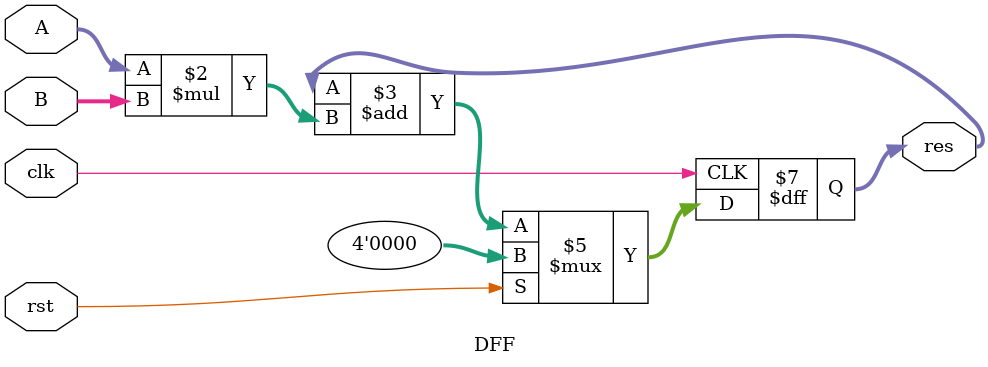
<source format=v>
module DFF(input [3:0] A, input [3:0] B, input clk, input rst, output reg [3:0] res);
	always@(posedge clk)
		if(rst) res <= 0;
		else res <= res + A * B;
endmodule

</source>
